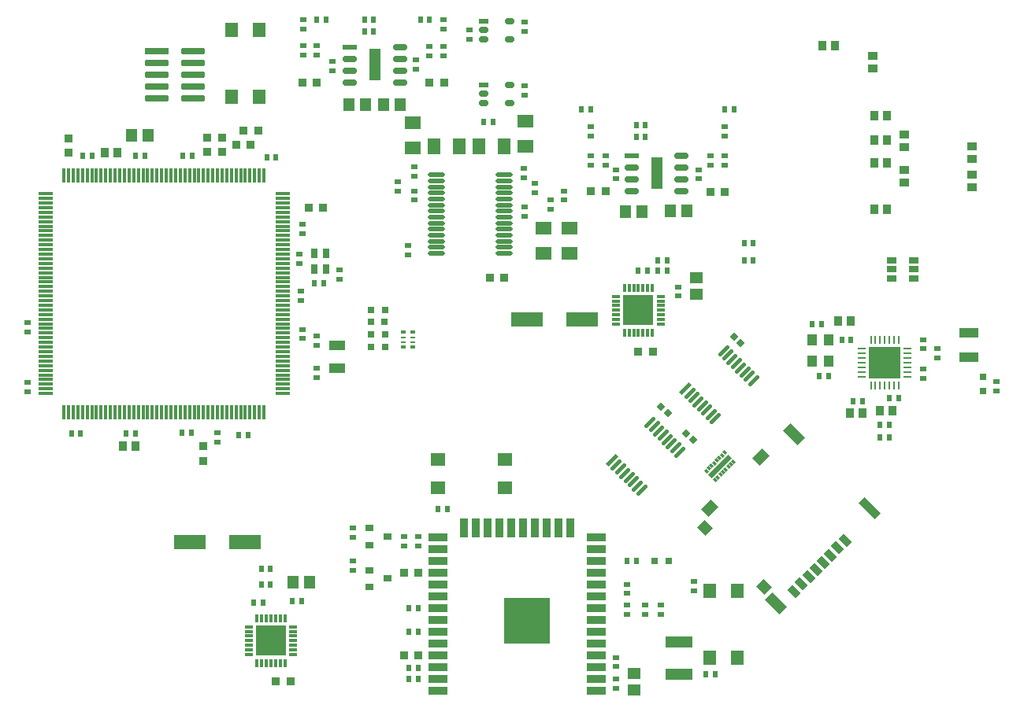
<source format=gtp>
G04*
G04 #@! TF.GenerationSoftware,Altium Limited,Altium Designer,20.0.11 (256)*
G04*
G04 Layer_Color=8421504*
%FSLAX25Y25*%
%MOIN*%
G70*
G01*
G75*
%ADD21R,0.05512X0.04528*%
%ADD22R,0.01181X0.06299*%
%ADD23R,0.06299X0.01181*%
%ADD24R,0.02756X0.02362*%
%ADD25R,0.02362X0.02756*%
%ADD26R,0.07087X0.05512*%
G04:AMPARAMS|DCode=27|XSize=23.62mil|YSize=27.56mil|CornerRadius=0mil|HoleSize=0mil|Usage=FLASHONLY|Rotation=315.000|XOffset=0mil|YOffset=0mil|HoleType=Round|Shape=Rectangle|*
%AMROTATEDRECTD27*
4,1,4,-0.01810,-0.00139,0.00139,0.01810,0.01810,0.00139,-0.00139,-0.01810,-0.01810,-0.00139,0.0*
%
%ADD27ROTATEDRECTD27*%

%ADD28R,0.03347X0.03347*%
%ADD29R,0.12795X0.12795*%
%ADD30R,0.01181X0.03740*%
%ADD31R,0.03740X0.01181*%
%ADD32R,0.05512X0.06299*%
%ADD33R,0.09843X0.02953*%
G04:AMPARAMS|DCode=34|XSize=29.53mil|YSize=98.43mil|CornerRadius=7.38mil|HoleSize=0mil|Usage=FLASHONLY|Rotation=270.000|XOffset=0mil|YOffset=0mil|HoleType=Round|Shape=RoundedRectangle|*
%AMROUNDEDRECTD34*
21,1,0.02953,0.08366,0,0,270.0*
21,1,0.01476,0.09843,0,0,270.0*
1,1,0.01476,-0.04183,-0.00738*
1,1,0.01476,-0.04183,0.00738*
1,1,0.01476,0.04183,0.00738*
1,1,0.01476,0.04183,-0.00738*
%
%ADD34ROUNDEDRECTD34*%
%ADD35R,0.01968X0.00984*%
%ADD36R,0.01968X0.01378*%
%ADD37R,0.13583X0.06102*%
%ADD38R,0.03150X0.04331*%
%ADD39R,0.07087X0.03937*%
%ADD40R,0.04331X0.02559*%
%ADD41R,0.03543X0.03937*%
%ADD42R,0.03937X0.03543*%
%ADD43R,0.07992X0.04488*%
%ADD44R,0.03150X0.03150*%
%ADD45R,0.01024X0.03386*%
%ADD46R,0.03386X0.01024*%
%ADD47R,0.13780X0.13780*%
%ADD48R,0.04331X0.05118*%
G04:AMPARAMS|DCode=49|XSize=17.72mil|YSize=59.06mil|CornerRadius=0mil|HoleSize=0mil|Usage=FLASHONLY|Rotation=135.000|XOffset=0mil|YOffset=0mil|HoleType=Round|Shape=Rectangle|*
%AMROTATEDRECTD49*
4,1,4,0.02714,0.01462,-0.01462,-0.02714,-0.02714,-0.01462,0.01462,0.02714,0.02714,0.01462,0.0*
%
%ADD49ROTATEDRECTD49*%

G04:AMPARAMS|DCode=50|XSize=17.72mil|YSize=59.06mil|CornerRadius=4.43mil|HoleSize=0mil|Usage=FLASHONLY|Rotation=135.000|XOffset=0mil|YOffset=0mil|HoleType=Round|Shape=RoundedRectangle|*
%AMROUNDEDRECTD50*
21,1,0.01772,0.05020,0,0,135.0*
21,1,0.00886,0.05906,0,0,135.0*
1,1,0.00886,0.01462,0.02088*
1,1,0.00886,0.02088,0.01462*
1,1,0.00886,-0.01462,-0.02088*
1,1,0.00886,-0.02088,-0.01462*
%
%ADD50ROUNDEDRECTD50*%
%ADD51R,0.03937X0.02362*%
G04:AMPARAMS|DCode=52|XSize=23.62mil|YSize=39.37mil|CornerRadius=5.91mil|HoleSize=0mil|Usage=FLASHONLY|Rotation=90.000|XOffset=0mil|YOffset=0mil|HoleType=Round|Shape=RoundedRectangle|*
%AMROUNDEDRECTD52*
21,1,0.02362,0.02756,0,0,90.0*
21,1,0.01181,0.03937,0,0,90.0*
1,1,0.01181,0.01378,0.00591*
1,1,0.01181,0.01378,-0.00591*
1,1,0.01181,-0.01378,-0.00591*
1,1,0.01181,-0.01378,0.00591*
%
%ADD52ROUNDEDRECTD52*%
%ADD53R,0.04528X0.05512*%
%ADD54O,0.07284X0.01772*%
%ADD55R,0.05512X0.07087*%
G04:AMPARAMS|DCode=56|XSize=19.68mil|YSize=118.11mil|CornerRadius=0mil|HoleSize=0mil|Usage=FLASHONLY|Rotation=135.000|XOffset=0mil|YOffset=0mil|HoleType=Round|Shape=Rectangle|*
%AMROTATEDRECTD56*
4,1,4,0.04872,0.03480,-0.03480,-0.04872,-0.04872,-0.03480,0.03480,0.04872,0.04872,0.03480,0.0*
%
%ADD56ROTATEDRECTD56*%

G04:AMPARAMS|DCode=57|XSize=9.84mil|YSize=15.75mil|CornerRadius=0mil|HoleSize=0mil|Usage=FLASHONLY|Rotation=225.000|XOffset=0mil|YOffset=0mil|HoleType=Round|Shape=Rectangle|*
%AMROTATEDRECTD57*
4,1,4,-0.00209,0.00905,0.00905,-0.00209,0.00209,-0.00905,-0.00905,0.00209,-0.00209,0.00905,0.0*
%
%ADD57ROTATEDRECTD57*%

%ADD58R,0.11417X0.04921*%
%ADD59R,0.06299X0.05512*%
%ADD60R,0.03543X0.03150*%
%ADD61R,0.03347X0.03347*%
%ADD62R,0.07874X0.03543*%
%ADD63R,0.03543X0.07874*%
%ADD64R,0.19685X0.19685*%
%ADD65R,0.03150X0.03150*%
G04:AMPARAMS|DCode=66|XSize=31.5mil|YSize=48.82mil|CornerRadius=0mil|HoleSize=0mil|Usage=FLASHONLY|Rotation=225.000|XOffset=0mil|YOffset=0mil|HoleType=Round|Shape=Rectangle|*
%AMROTATEDRECTD66*
4,1,4,-0.00613,0.02840,0.02840,-0.00613,0.00613,-0.02840,-0.02840,0.00613,-0.00613,0.02840,0.0*
%
%ADD66ROTATEDRECTD66*%

G04:AMPARAMS|DCode=67|XSize=37.4mil|YSize=98.43mil|CornerRadius=0mil|HoleSize=0mil|Usage=FLASHONLY|Rotation=225.000|XOffset=0mil|YOffset=0mil|HoleType=Round|Shape=Rectangle|*
%AMROTATEDRECTD67*
4,1,4,-0.02158,0.04802,0.04802,-0.02158,0.02158,-0.04802,-0.04802,0.02158,-0.02158,0.04802,0.0*
%
%ADD67ROTATEDRECTD67*%

G04:AMPARAMS|DCode=68|XSize=45.28mil|YSize=86.61mil|CornerRadius=0mil|HoleSize=0mil|Usage=FLASHONLY|Rotation=225.000|XOffset=0mil|YOffset=0mil|HoleType=Round|Shape=Rectangle|*
%AMROTATEDRECTD68*
4,1,4,-0.01462,0.04663,0.04663,-0.01462,0.01462,-0.04663,-0.04663,0.01462,-0.01462,0.04663,0.0*
%
%ADD68ROTATEDRECTD68*%

G04:AMPARAMS|DCode=69|XSize=45.67mil|YSize=49.21mil|CornerRadius=0mil|HoleSize=0mil|Usage=FLASHONLY|Rotation=225.000|XOffset=0mil|YOffset=0mil|HoleType=Round|Shape=Rectangle|*
%AMROTATEDRECTD69*
4,1,4,-0.00125,0.03355,0.03355,-0.00125,0.00125,-0.03355,-0.03355,0.00125,-0.00125,0.03355,0.0*
%
%ADD69ROTATEDRECTD69*%

G04:AMPARAMS|DCode=70|XSize=45.67mil|YSize=47.24mil|CornerRadius=0mil|HoleSize=0mil|Usage=FLASHONLY|Rotation=225.000|XOffset=0mil|YOffset=0mil|HoleType=Round|Shape=Rectangle|*
%AMROTATEDRECTD70*
4,1,4,-0.00056,0.03285,0.03285,-0.00056,0.00056,-0.03285,-0.03285,0.00056,-0.00056,0.03285,0.0*
%
%ADD70ROTATEDRECTD70*%

G04:AMPARAMS|DCode=71|XSize=59.06mil|YSize=45.28mil|CornerRadius=0mil|HoleSize=0mil|Usage=FLASHONLY|Rotation=225.000|XOffset=0mil|YOffset=0mil|HoleType=Round|Shape=Rectangle|*
%AMROTATEDRECTD71*
4,1,4,0.00487,0.03689,0.03689,0.00487,-0.00487,-0.03689,-0.03689,-0.00487,0.00487,0.03689,0.0*
%
%ADD71ROTATEDRECTD71*%

%ADD72R,0.05118X0.13386*%
G04:AMPARAMS|DCode=73|XSize=23.62mil|YSize=61.02mil|CornerRadius=5.91mil|HoleSize=0mil|Usage=FLASHONLY|Rotation=90.000|XOffset=0mil|YOffset=0mil|HoleType=Round|Shape=RoundedRectangle|*
%AMROUNDEDRECTD73*
21,1,0.02362,0.04921,0,0,90.0*
21,1,0.01181,0.06102,0,0,90.0*
1,1,0.01181,0.02461,0.00591*
1,1,0.01181,0.02461,-0.00591*
1,1,0.01181,-0.02461,-0.00591*
1,1,0.01181,-0.02461,0.00591*
%
%ADD73ROUNDEDRECTD73*%
%ADD74R,0.06102X0.02362*%
G36*
X338740Y55827D02*
X333858D01*
Y60709D01*
X338740D01*
Y55827D01*
D02*
G37*
G36*
X332520D02*
X327638D01*
Y60709D01*
X332520D01*
Y55827D01*
D02*
G37*
G36*
X338740Y49606D02*
X333858D01*
Y54488D01*
X338740D01*
Y49606D01*
D02*
G37*
G36*
X332520D02*
X327638D01*
Y54488D01*
X332520D01*
Y49606D01*
D02*
G37*
G36*
X187869Y-60398D02*
X175409D01*
Y-47933D01*
X187869D01*
Y-60398D01*
D02*
G37*
D21*
X227165Y-76476D02*
D03*
Y-83366D02*
D03*
X253543Y91142D02*
D03*
Y84252D02*
D03*
D22*
X70472Y34252D02*
D03*
X68504D02*
D03*
X66535D02*
D03*
X64567D02*
D03*
X62598D02*
D03*
X60630D02*
D03*
X58661D02*
D03*
X56693D02*
D03*
X54724D02*
D03*
X52756D02*
D03*
X50787D02*
D03*
X48819D02*
D03*
X46850D02*
D03*
X44882D02*
D03*
X42913D02*
D03*
X40945D02*
D03*
X38976D02*
D03*
X37008D02*
D03*
X35039D02*
D03*
X33071D02*
D03*
X31102D02*
D03*
X29134D02*
D03*
X27165D02*
D03*
X25197D02*
D03*
X23228D02*
D03*
X21260D02*
D03*
X19291D02*
D03*
X17323D02*
D03*
X15354D02*
D03*
X13386D02*
D03*
X11417D02*
D03*
X9449D02*
D03*
X7480D02*
D03*
X5512D02*
D03*
X3543D02*
D03*
X1575D02*
D03*
X-394D02*
D03*
X-2362D02*
D03*
X-4331D02*
D03*
X-6299D02*
D03*
X-8268D02*
D03*
X-10236D02*
D03*
X-12205D02*
D03*
X-14173D02*
D03*
Y134646D02*
D03*
X-12205D02*
D03*
X-10236D02*
D03*
X-8268D02*
D03*
X-6299D02*
D03*
X-4331D02*
D03*
X-2362D02*
D03*
X-394D02*
D03*
X1575D02*
D03*
X3543D02*
D03*
X5512D02*
D03*
X7480D02*
D03*
X9449D02*
D03*
X11417D02*
D03*
X13386D02*
D03*
X15354D02*
D03*
X17323D02*
D03*
X19291D02*
D03*
X21260D02*
D03*
X23228D02*
D03*
X25197D02*
D03*
X27165D02*
D03*
X29134D02*
D03*
X31102D02*
D03*
X33071D02*
D03*
X35039D02*
D03*
X37008D02*
D03*
X38976D02*
D03*
X40945D02*
D03*
X42913D02*
D03*
X44882D02*
D03*
X46850D02*
D03*
X48819D02*
D03*
X50787D02*
D03*
X52756D02*
D03*
X54724D02*
D03*
X56693D02*
D03*
X58661D02*
D03*
X60630D02*
D03*
X62598D02*
D03*
X64567D02*
D03*
X66535D02*
D03*
X68504D02*
D03*
X70472D02*
D03*
D23*
X-22047Y42126D02*
D03*
Y44094D02*
D03*
Y46063D02*
D03*
Y48031D02*
D03*
Y50000D02*
D03*
Y51969D02*
D03*
Y53937D02*
D03*
Y55906D02*
D03*
Y57874D02*
D03*
Y59843D02*
D03*
Y61811D02*
D03*
Y63780D02*
D03*
Y65748D02*
D03*
Y67717D02*
D03*
Y69685D02*
D03*
Y71654D02*
D03*
Y73622D02*
D03*
Y75591D02*
D03*
Y77559D02*
D03*
Y79528D02*
D03*
Y81496D02*
D03*
Y83465D02*
D03*
Y85433D02*
D03*
Y87402D02*
D03*
Y89370D02*
D03*
Y91339D02*
D03*
Y93307D02*
D03*
Y95276D02*
D03*
Y97244D02*
D03*
Y99213D02*
D03*
Y101181D02*
D03*
Y103150D02*
D03*
Y105118D02*
D03*
Y107087D02*
D03*
Y109055D02*
D03*
Y111024D02*
D03*
Y112992D02*
D03*
Y114961D02*
D03*
Y116929D02*
D03*
Y118898D02*
D03*
Y120866D02*
D03*
Y122835D02*
D03*
Y124803D02*
D03*
Y126772D02*
D03*
X78346D02*
D03*
Y124803D02*
D03*
Y122835D02*
D03*
Y120866D02*
D03*
Y118898D02*
D03*
Y116929D02*
D03*
Y114961D02*
D03*
Y112992D02*
D03*
Y111024D02*
D03*
Y109055D02*
D03*
Y107087D02*
D03*
Y105118D02*
D03*
Y103150D02*
D03*
Y101181D02*
D03*
Y99213D02*
D03*
Y97244D02*
D03*
Y95276D02*
D03*
Y93307D02*
D03*
Y91339D02*
D03*
Y89370D02*
D03*
Y87402D02*
D03*
Y85433D02*
D03*
Y83465D02*
D03*
Y81496D02*
D03*
Y79528D02*
D03*
Y77559D02*
D03*
Y75591D02*
D03*
Y73622D02*
D03*
Y71654D02*
D03*
Y69685D02*
D03*
Y67717D02*
D03*
Y65748D02*
D03*
Y63780D02*
D03*
Y61811D02*
D03*
Y59843D02*
D03*
Y57874D02*
D03*
Y55906D02*
D03*
Y53937D02*
D03*
Y51969D02*
D03*
Y50000D02*
D03*
Y48031D02*
D03*
Y46063D02*
D03*
Y44094D02*
D03*
Y42126D02*
D03*
D24*
X99536Y178839D02*
D03*
Y182776D02*
D03*
X-29528Y42913D02*
D03*
Y46850D02*
D03*
X-29528Y68110D02*
D03*
Y72047D02*
D03*
X87008Y196457D02*
D03*
Y200394D02*
D03*
X92913Y189469D02*
D03*
Y185532D02*
D03*
X87008D02*
D03*
Y189469D02*
D03*
X224016Y-38701D02*
D03*
Y-42638D02*
D03*
X86614Y109843D02*
D03*
Y113779D02*
D03*
X85433Y97244D02*
D03*
Y101181D02*
D03*
X102362Y94488D02*
D03*
Y90551D02*
D03*
X86221Y85433D02*
D03*
Y81496D02*
D03*
X86614Y69291D02*
D03*
Y65354D02*
D03*
X92913Y62598D02*
D03*
Y66535D02*
D03*
Y52756D02*
D03*
Y48819D02*
D03*
X380315Y47244D02*
D03*
Y43307D02*
D03*
X349606Y61063D02*
D03*
Y65000D02*
D03*
X355512Y57126D02*
D03*
Y61063D02*
D03*
X349606Y52362D02*
D03*
Y48425D02*
D03*
X245937Y83382D02*
D03*
Y87319D02*
D03*
X180709Y168622D02*
D03*
Y172559D02*
D03*
Y195669D02*
D03*
Y199606D02*
D03*
X157480Y192126D02*
D03*
Y196063D02*
D03*
X146457Y196457D02*
D03*
Y200394D02*
D03*
X134252Y124016D02*
D03*
Y127953D02*
D03*
X127165D02*
D03*
Y131890D02*
D03*
X131496Y100787D02*
D03*
Y104724D02*
D03*
X134252Y138189D02*
D03*
Y134252D02*
D03*
X180512Y137402D02*
D03*
Y133465D02*
D03*
X185236Y127165D02*
D03*
Y131102D02*
D03*
X191929Y124016D02*
D03*
Y120079D02*
D03*
X197441Y124016D02*
D03*
Y127953D02*
D03*
X254331Y137008D02*
D03*
Y133071D02*
D03*
X224212Y-47637D02*
D03*
Y-51574D02*
D03*
X231692D02*
D03*
Y-47637D02*
D03*
X238385D02*
D03*
Y-51574D02*
D03*
X219291Y-73622D02*
D03*
Y-69685D02*
D03*
X252362Y-41339D02*
D03*
Y-37402D02*
D03*
X219291Y-78740D02*
D03*
Y-82677D02*
D03*
X108268Y-32677D02*
D03*
Y-28740D02*
D03*
Y-14961D02*
D03*
Y-18898D02*
D03*
X135827Y-18504D02*
D03*
Y-22441D02*
D03*
X129823D02*
D03*
Y-18504D02*
D03*
X50787Y21654D02*
D03*
Y25591D02*
D03*
X180709Y117323D02*
D03*
Y121260D02*
D03*
X265354Y142913D02*
D03*
Y138976D02*
D03*
Y155118D02*
D03*
Y151181D02*
D03*
X259449Y138976D02*
D03*
Y142913D02*
D03*
X208661Y155118D02*
D03*
Y151181D02*
D03*
X214961Y138976D02*
D03*
Y142913D02*
D03*
X208661D02*
D03*
Y138976D02*
D03*
X219291Y137008D02*
D03*
Y133071D02*
D03*
X146457Y189075D02*
D03*
Y185138D02*
D03*
X140551D02*
D03*
Y189075D02*
D03*
X134646Y179528D02*
D03*
Y183465D02*
D03*
D25*
X277559Y105905D02*
D03*
X273622D02*
D03*
X277559Y98425D02*
D03*
X273622D02*
D03*
X309528Y49528D02*
D03*
X305591D02*
D03*
X96850Y200394D02*
D03*
X92913D02*
D03*
X257492Y-76772D02*
D03*
X261429D02*
D03*
X91732Y88976D02*
D03*
X95669D02*
D03*
X323623Y38875D02*
D03*
X319686D02*
D03*
X339094Y40197D02*
D03*
X335157D02*
D03*
X331221Y23661D02*
D03*
X335157D02*
D03*
Y28780D02*
D03*
X331221D02*
D03*
X318898Y64961D02*
D03*
X314961D02*
D03*
X302441Y71575D02*
D03*
X306378D02*
D03*
X240945Y98425D02*
D03*
X237008D02*
D03*
Y94095D02*
D03*
X240945D02*
D03*
X232677D02*
D03*
X228740D02*
D03*
X269291Y162598D02*
D03*
X265354D02*
D03*
X204724D02*
D03*
X208661D02*
D03*
X136614Y200394D02*
D03*
X140551D02*
D03*
X116929D02*
D03*
X112992D02*
D03*
X112992Y195669D02*
D03*
X116929D02*
D03*
X227953Y155906D02*
D03*
X231890D02*
D03*
Y150787D02*
D03*
X227953D02*
D03*
X148031Y-6693D02*
D03*
X144095D02*
D03*
X73228Y-32087D02*
D03*
X69291D02*
D03*
Y-38779D02*
D03*
X73228D02*
D03*
X70079Y-46653D02*
D03*
X66142D02*
D03*
X82480Y-45669D02*
D03*
X86417D02*
D03*
X135827Y-48701D02*
D03*
X131890D02*
D03*
X135827Y-58661D02*
D03*
X131890D02*
D03*
X135827Y-74016D02*
D03*
X131890D02*
D03*
X135827Y-78740D02*
D03*
X131890D02*
D03*
X63779Y24409D02*
D03*
X59842D02*
D03*
X39764Y25591D02*
D03*
X35827D02*
D03*
X16142Y25197D02*
D03*
X12205D02*
D03*
X-7087Y25197D02*
D03*
X-11024D02*
D03*
X75590Y142126D02*
D03*
X71653D02*
D03*
X36220Y142913D02*
D03*
X40157D02*
D03*
X16142D02*
D03*
X20079D02*
D03*
X-2362D02*
D03*
X-6299D02*
D03*
X163386Y157087D02*
D03*
X167323D02*
D03*
X224016Y-28701D02*
D03*
X227953D02*
D03*
D26*
X181102Y146850D02*
D03*
Y157677D02*
D03*
X133465Y146161D02*
D03*
Y156988D02*
D03*
X199803Y112205D02*
D03*
Y101378D02*
D03*
X188779Y112205D02*
D03*
Y101378D02*
D03*
D27*
X249185Y25225D02*
D03*
X251969Y22441D02*
D03*
X272075Y63358D02*
D03*
X269291Y66142D02*
D03*
X241367Y33830D02*
D03*
X238583Y36614D02*
D03*
D28*
X172047Y91339D02*
D03*
X165945D02*
D03*
X95472Y120866D02*
D03*
X89370D02*
D03*
X235039Y59842D02*
D03*
X228937D02*
D03*
X208858Y127913D02*
D03*
X214961D02*
D03*
X75590Y-79921D02*
D03*
X81693D02*
D03*
X129724Y-33858D02*
D03*
X135827D02*
D03*
X129823Y-68898D02*
D03*
X135925D02*
D03*
X68012Y153543D02*
D03*
X61910D02*
D03*
X64862Y147638D02*
D03*
X58760D02*
D03*
X259449Y127559D02*
D03*
X265551D02*
D03*
X140551Y173996D02*
D03*
X146653D02*
D03*
X92913D02*
D03*
X86811D02*
D03*
D29*
X73425Y-62598D02*
D03*
X228937Y77382D02*
D03*
D30*
X79331Y-72047D02*
D03*
X77362D02*
D03*
X75394D02*
D03*
X73425D02*
D03*
X71457D02*
D03*
X69488D02*
D03*
X67520D02*
D03*
Y-53150D02*
D03*
X69488D02*
D03*
X71457D02*
D03*
X73425D02*
D03*
X75394D02*
D03*
X77362D02*
D03*
X79331D02*
D03*
X234843Y86831D02*
D03*
X232874D02*
D03*
X230906D02*
D03*
X228937D02*
D03*
X226969D02*
D03*
X225000D02*
D03*
X223032D02*
D03*
Y67933D02*
D03*
X225000D02*
D03*
X226969D02*
D03*
X228937D02*
D03*
X230906D02*
D03*
X232874D02*
D03*
X234843D02*
D03*
D31*
X63976Y-68504D02*
D03*
Y-66535D02*
D03*
Y-64567D02*
D03*
Y-62598D02*
D03*
Y-60630D02*
D03*
Y-58661D02*
D03*
Y-56693D02*
D03*
X82874D02*
D03*
Y-58661D02*
D03*
Y-60630D02*
D03*
Y-62598D02*
D03*
Y-64567D02*
D03*
Y-66535D02*
D03*
Y-68504D02*
D03*
X238386Y71477D02*
D03*
Y73445D02*
D03*
Y75414D02*
D03*
Y77382D02*
D03*
Y79351D02*
D03*
Y81319D02*
D03*
Y83288D02*
D03*
X219488D02*
D03*
Y81319D02*
D03*
Y79351D02*
D03*
Y77382D02*
D03*
Y75414D02*
D03*
Y73445D02*
D03*
Y71477D02*
D03*
D32*
X68504Y167716D02*
D03*
Y196063D02*
D03*
X56693Y167716D02*
D03*
Y196063D02*
D03*
X259055Y-41339D02*
D03*
Y-69685D02*
D03*
X270866Y-41339D02*
D03*
Y-69685D02*
D03*
D33*
X25197Y187284D02*
D03*
D34*
X40551D02*
D03*
Y182283D02*
D03*
X25197D02*
D03*
X40551Y177284D02*
D03*
X25197D02*
D03*
X40551Y172283D02*
D03*
X25197D02*
D03*
X40551Y167283D02*
D03*
X25197D02*
D03*
D35*
X129528Y65945D02*
D03*
Y63976D02*
D03*
X133465Y65945D02*
D03*
Y63976D02*
D03*
D36*
X129528Y68110D02*
D03*
X133465D02*
D03*
X129528Y61811D02*
D03*
X133465D02*
D03*
D37*
X39272Y-20768D02*
D03*
X62500D02*
D03*
X181791Y73622D02*
D03*
X205020D02*
D03*
D38*
X96850Y94882D02*
D03*
Y101575D02*
D03*
X91732D02*
D03*
Y94882D02*
D03*
D39*
X101575Y52756D02*
D03*
Y62598D02*
D03*
D40*
X336102Y90945D02*
D03*
Y94685D02*
D03*
Y98425D02*
D03*
X345551D02*
D03*
Y94685D02*
D03*
Y90945D02*
D03*
D41*
X306693Y189370D02*
D03*
X312008D02*
D03*
X328858Y159843D02*
D03*
X334173D02*
D03*
Y149606D02*
D03*
X328858D02*
D03*
X328858Y139842D02*
D03*
X334173D02*
D03*
X328858Y120079D02*
D03*
X334173D02*
D03*
X323623Y33757D02*
D03*
X318308D02*
D03*
X331221Y34685D02*
D03*
X336535D02*
D03*
X318898Y72835D02*
D03*
X313583D02*
D03*
X10827Y19685D02*
D03*
X16142D02*
D03*
X3150Y144095D02*
D03*
X8465D02*
D03*
D42*
X327953Y179842D02*
D03*
Y185158D02*
D03*
X370079Y134941D02*
D03*
Y129626D02*
D03*
X370079Y146850D02*
D03*
Y141535D02*
D03*
X341339Y146653D02*
D03*
Y151969D02*
D03*
X341417Y136929D02*
D03*
Y131614D02*
D03*
D43*
X368898Y57480D02*
D03*
Y67953D02*
D03*
D44*
X374803Y49213D02*
D03*
Y43307D02*
D03*
D45*
X339094Y64744D02*
D03*
X337126D02*
D03*
X335157D02*
D03*
X333189D02*
D03*
X331221D02*
D03*
X329252D02*
D03*
X327284D02*
D03*
Y45571D02*
D03*
X329252D02*
D03*
X331221D02*
D03*
X333189D02*
D03*
X335157D02*
D03*
X337126D02*
D03*
X339094D02*
D03*
D46*
X323602Y61063D02*
D03*
Y59095D02*
D03*
Y57126D02*
D03*
Y55158D02*
D03*
Y53189D02*
D03*
Y51221D02*
D03*
Y49252D02*
D03*
X342776D02*
D03*
Y51221D02*
D03*
Y53189D02*
D03*
Y55158D02*
D03*
Y57126D02*
D03*
Y59095D02*
D03*
Y61063D02*
D03*
D47*
X333189Y55158D02*
D03*
D48*
X302441Y64882D02*
D03*
Y55827D02*
D03*
X309528Y64882D02*
D03*
Y55827D02*
D03*
D49*
X248826Y44087D02*
D03*
X217719Y13767D02*
D03*
D50*
X250636Y42277D02*
D03*
X252445Y40468D02*
D03*
X254255Y38658D02*
D03*
X256065Y36849D02*
D03*
X257874Y35039D02*
D03*
X259683Y33230D02*
D03*
X261493Y31420D02*
D03*
X264973Y60233D02*
D03*
X266782Y58424D02*
D03*
X268592Y56615D02*
D03*
X270402Y54805D02*
D03*
X272211Y52995D02*
D03*
X274021Y51186D02*
D03*
X275830Y49376D02*
D03*
X277640Y47567D02*
D03*
X246532Y17247D02*
D03*
X244723Y19057D02*
D03*
X242913Y20866D02*
D03*
X241104Y22676D02*
D03*
X239294Y24485D02*
D03*
X237485Y26295D02*
D03*
X235675Y28104D02*
D03*
X233866Y29914D02*
D03*
X230386Y1101D02*
D03*
X228576Y2910D02*
D03*
X226767Y4720D02*
D03*
X224957Y6529D02*
D03*
X223148Y8339D02*
D03*
X221338Y10148D02*
D03*
X219529Y11958D02*
D03*
D51*
X163484Y199803D02*
D03*
Y172756D02*
D03*
D52*
Y196063D02*
D03*
Y192323D02*
D03*
X174311D02*
D03*
Y199803D02*
D03*
X163484Y169016D02*
D03*
Y165275D02*
D03*
X174311D02*
D03*
Y172756D02*
D03*
D53*
X106471Y164567D02*
D03*
X113360D02*
D03*
X128149D02*
D03*
X121260D02*
D03*
X223425Y119291D02*
D03*
X230315D02*
D03*
X249410Y119390D02*
D03*
X242520D02*
D03*
X89764Y-37795D02*
D03*
X82874D02*
D03*
X21456Y151575D02*
D03*
X14567D02*
D03*
D54*
X171949Y101476D02*
D03*
Y104035D02*
D03*
Y106595D02*
D03*
Y109154D02*
D03*
Y111713D02*
D03*
Y114272D02*
D03*
Y116831D02*
D03*
Y119390D02*
D03*
Y121949D02*
D03*
Y124508D02*
D03*
Y127067D02*
D03*
Y129626D02*
D03*
Y132185D02*
D03*
Y134744D02*
D03*
X143405Y101476D02*
D03*
Y104035D02*
D03*
Y106595D02*
D03*
Y109154D02*
D03*
Y111713D02*
D03*
Y114272D02*
D03*
Y116831D02*
D03*
Y119390D02*
D03*
Y121949D02*
D03*
Y124508D02*
D03*
Y127067D02*
D03*
Y129626D02*
D03*
Y132185D02*
D03*
Y134744D02*
D03*
D55*
X142323Y146850D02*
D03*
X153149D02*
D03*
X172244D02*
D03*
X161417D02*
D03*
D56*
X263447Y11300D02*
D03*
D57*
X257671Y9282D02*
D03*
X258784Y10395D02*
D03*
X259898Y11509D02*
D03*
X261011Y12622D02*
D03*
X262125Y13736D02*
D03*
X263238Y14849D02*
D03*
X264352Y15963D02*
D03*
X265465Y17077D02*
D03*
X269224Y13318D02*
D03*
X268110Y12205D02*
D03*
X266997Y11091D02*
D03*
X265883Y9978D02*
D03*
X264770Y8864D02*
D03*
X263656Y7751D02*
D03*
X262543Y6637D02*
D03*
X261429Y5523D02*
D03*
D58*
X246063Y-76870D02*
D03*
Y-63287D02*
D03*
D59*
X172579Y14091D02*
D03*
X144232D02*
D03*
X172579Y2280D02*
D03*
X144232D02*
D03*
D60*
X114961Y-14961D02*
D03*
Y-22047D02*
D03*
X122835Y-18504D02*
D03*
X114961Y-32677D02*
D03*
Y-39764D02*
D03*
X122835Y-36220D02*
D03*
D61*
X44882Y13583D02*
D03*
Y19685D02*
D03*
X52756Y150591D02*
D03*
Y144488D02*
D03*
X46457Y150591D02*
D03*
Y144488D02*
D03*
X-12205Y150197D02*
D03*
Y144095D02*
D03*
D62*
X144232Y-83701D02*
D03*
Y-78701D02*
D03*
Y-73701D02*
D03*
Y-68701D02*
D03*
Y-63701D02*
D03*
Y-58701D02*
D03*
Y-53701D02*
D03*
Y-48701D02*
D03*
Y-43701D02*
D03*
Y-38701D02*
D03*
Y-33701D02*
D03*
Y-28701D02*
D03*
Y-23701D02*
D03*
Y-18701D02*
D03*
X211161D02*
D03*
Y-23701D02*
D03*
Y-28701D02*
D03*
Y-33701D02*
D03*
Y-38701D02*
D03*
Y-43701D02*
D03*
Y-48701D02*
D03*
Y-53701D02*
D03*
Y-58701D02*
D03*
Y-63701D02*
D03*
Y-68701D02*
D03*
Y-73701D02*
D03*
Y-78701D02*
D03*
Y-83701D02*
D03*
D63*
X155197Y-14764D02*
D03*
X160197D02*
D03*
X165197D02*
D03*
X170197D02*
D03*
X175197D02*
D03*
X180197D02*
D03*
X185197D02*
D03*
X190197D02*
D03*
X195197D02*
D03*
X200197D02*
D03*
D64*
X181634Y-54173D02*
D03*
D65*
X121806Y77559D02*
D03*
X115901D02*
D03*
X121609Y72480D02*
D03*
X115704D02*
D03*
X121806Y67323D02*
D03*
X115901D02*
D03*
X121806Y61811D02*
D03*
X115901D02*
D03*
X241732Y-28701D02*
D03*
X235827D02*
D03*
D66*
X316316Y-20248D02*
D03*
X313254Y-23310D02*
D03*
X310191Y-26373D02*
D03*
X307129Y-29435D02*
D03*
X304067Y-32497D02*
D03*
X301005Y-35560D02*
D03*
X297942Y-38622D02*
D03*
X294880Y-41684D02*
D03*
D67*
X326658Y-6398D02*
D03*
D68*
X287016Y-46876D02*
D03*
X294838Y24865D02*
D03*
D69*
X282158Y-39763D02*
D03*
D70*
X257103Y-14708D02*
D03*
D71*
X280641Y15093D02*
D03*
X258982Y-6565D02*
D03*
D72*
X236614Y135413D02*
D03*
X117323Y181496D02*
D03*
D73*
X247244Y127913D02*
D03*
Y132913D02*
D03*
Y137913D02*
D03*
Y142913D02*
D03*
X225984Y127913D02*
D03*
Y132913D02*
D03*
Y137913D02*
D03*
X127953Y173996D02*
D03*
Y178996D02*
D03*
Y183996D02*
D03*
Y188996D02*
D03*
X106693Y173996D02*
D03*
Y178996D02*
D03*
Y183996D02*
D03*
D74*
X225984Y142913D02*
D03*
X106693Y188996D02*
D03*
M02*

</source>
